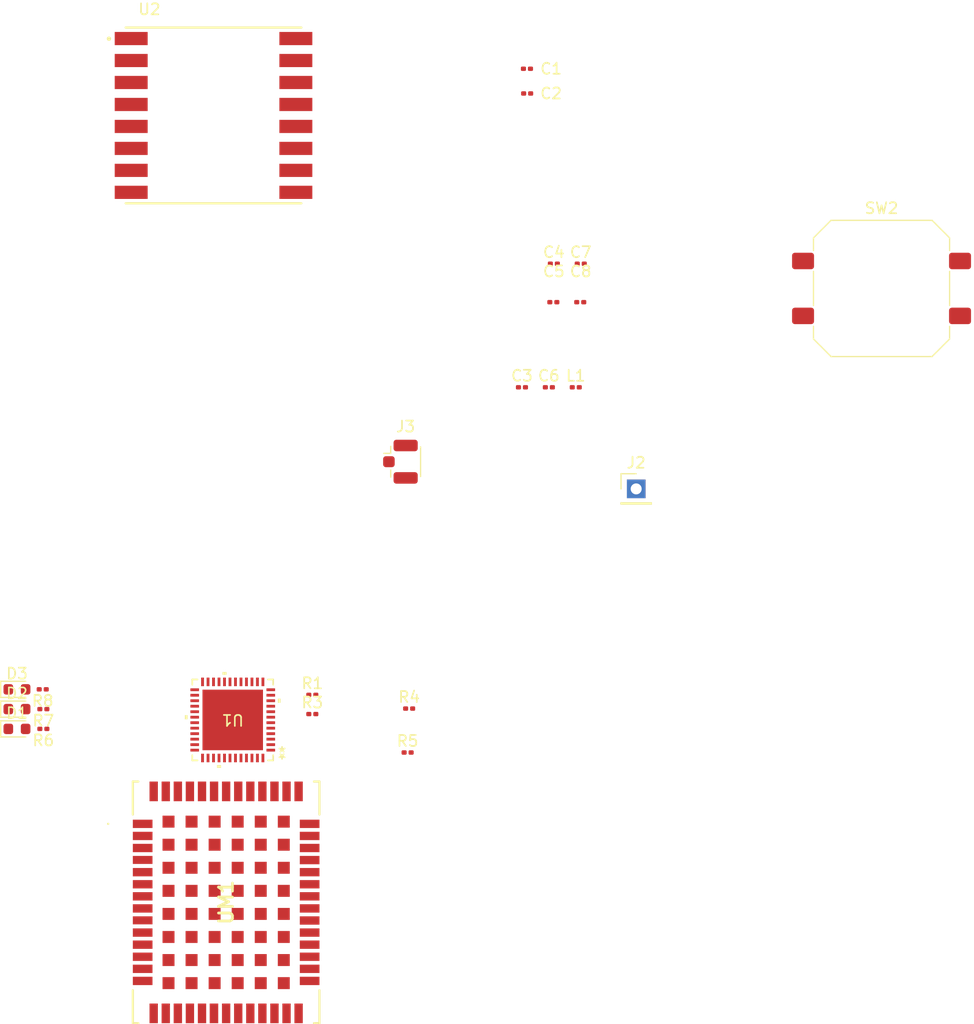
<source format=kicad_pcb>
(kicad_pcb (version 20241229) (generator "pcbnew") (generator_version "9.0")
  (layers (0 "F.Cu" signal) (4 "In1.Cu" signal) (6 "In2.Cu" signal) (2 "B.Cu" signal) (13 "F.Paste" user) (15 "B.Paste" user) (5 "F.SilkS" user "F.Silkscreen") (7 "B.SilkS" user "B.Silkscreen") (1 "F.Mask" user) (3 "B.Mask" user) (25 "Edge.Cuts" user))
  (net 0 "")
  (net 1 "+3V3")
  (net 2 "GND")
  (net 3 "BOOT")
  (net 4 "ANT_BIAS")
  (net 5 "RFMSCK")
  (net 7 "LED_R")
  (net 12 "RFMIRQ")
  (net 15 "RFMCS")
  (net 17 "LED_G")
  (net 21 "RFMMOSI")
  (net 24 "RFMMISO")
  (net 27 "GPSRX2")
  (net 35 "GPSTX3")
  (net 36 "LED_B")
  (net 37 "GPSRESET")
  (net 38 "GPSTX2")
  (net 40 "GPSRX3")
  (net 44 "Net-(J3-In)")
  (net 45 "GPSANT")
  (net 49 "RFMANT")
  (net 77 "Net-(R5-Pad2)")
  (net 80 "Net-(R4-Pad2)")
  (net 90 "Net-(D1-A)")
  (net 91 "Net-(D2-A)")
  (net 92 "Net-(D3-A)")
  (footprint "Connector_Coaxial:U.FL_Hirose_U.FL-R-SMT-1_Vertical" (layer "F.Cu") (at 51.525 58.275)
    (property "Reference" "J3" (at 0.475 -3.2 0) (layer "F.SilkS"))
    (property "Value" "Conn_Coaxial_Small")
    (fp_line (start -0.885 -1.4) (end -0.885 -0.76) (stroke (width 0.12)) (layer "F.SilkS"))
    (fp_line (start -0.885 -0.76) (end -1.515 -0.76) (stroke (width 0.12)) (layer "F.SilkS"))
    (fp_line (start -0.885 1.4) (end -0.885 0.76) (stroke (width 0.12)) (layer "F.SilkS"))
    (fp_line (start 1.835 -1.35) (end 1.835 1.35) (stroke (width 0.12)) (layer "F.SilkS"))
    (pad "1" smd roundrect (at -1.05 0) (size 1.05 1) (layers "F.Cu" "F.Mask" "F.Paste") (net 44 "Net-(J3-In)"))
    (pad "2" smd roundrect (at 0.475 -1.475) (size 2.2 1.05) (layers "F.Cu" "F.Mask" "F.Paste") (roundrect_rratio 0.2380952381) (net 2 "GND"))
    (pad "2" smd roundrect (at 0.475 1.475) (size 2.2 1.05) (layers "F.Cu" "F.Mask" "F.Paste") (roundrect_rratio 0.2380952381) (net 2 "GND"))
  )
  (footprint "Resistor_SMD:R_0201_0603Metric" (layer "F.Cu") (at 52.18 84.75)
    (property "Reference" "R5" (at 0 -1.05 0) (layer "F.SilkS"))
    (property "Value" "10k")
    (pad "1" smd roundrect (at -0.32 0) (size 0.46 0.4) (layers "F.Cu" "F.Mask") (net 1 "+3V3"))
    (pad "2" smd roundrect (at 0.32 0) (size 0.46 0.4) (layers "F.Cu" "F.Mask") (net 77 "Net-(R5-Pad2)"))
  )
  (footprint "Resistor_SMD:R_0201_0603Metric" (layer "F.Cu") (at 19 82.6 180)
    (property "Reference" "R6" (at 0 -1.05 0) (layer "F.SilkS"))
    (property "Value" "1k")
    (pad "1" smd roundrect (at -0.32 0 180) (size 0.46 0.4) (layers "F.Cu" "F.Mask") (net 7 "LED_R"))
    (pad "2" smd roundrect (at 0.32 0 180) (size 0.46 0.4) (layers "F.Cu" "F.Mask") (net 90 "Net-(D1-A)"))
  )
  (footprint "Resistor_SMD:R_0201_0603Metric" (layer "F.Cu") (at 19 80.8 180)
    (property "Reference" "R7" (at 0 -1.05 0) (layer "F.SilkS"))
    (property "Value" "1k")
    (pad "1" smd roundrect (at -0.32 0 180) (size 0.46 0.4) (layers "F.Cu" "F.Mask") (net 17 "LED_G"))
    (pad "2" smd roundrect (at 0.32 0 180) (size 0.46 0.4) (layers "F.Cu" "F.Mask") (net 91 "Net-(D2-A)"))
  )
  (footprint "footprints:ESP32-PICO-D4_EXP" (layer "F.Cu") (at 36.25 81.7853 180)
    (property "Reference" "U1" (at 0 0 180) (layer "F.SilkS"))
    (property "Value" "ESP32-PICO-D4")
    (fp_line (start 3.683 3.683) (end 3.683 3.21014) (stroke (width 0.1524)) (layer "F.SilkS"))
    (fp_line (start 3.683 -3.21014) (end 3.683 -3.683) (stroke (width 0.1524)) (layer "F.SilkS"))
    (fp_line (start 3.683 -3.683) (end 3.21014 -3.683) (stroke (width 0.1524)) (layer "F.SilkS"))
    (fp_line (start 3.21014 3.683) (end 3.683 3.683) (stroke (width 0.1524)) (layer "F.SilkS"))
    (fp_line (start -3.21014 -3.683) (end -3.683 -3.683) (stroke (width 0.1524)) (layer "F.SilkS"))
    (fp_line (start -3.683 3.683) (end -3.21014 3.683) (stroke (width 0.1524)) (layer "F.SilkS"))
    (fp_line (start -3.683 3.21014) (end -3.683 3.683) (stroke (width 0.1524)) (layer "F.SilkS"))
    (fp_line (start -3.683 -3.683) (end -3.683 -3.21014) (stroke (width 0.1524)) (layer "F.SilkS"))
    (fp_poly (pts (xy 4.363999 0.059499) (xy 4.363999 0.4405) (xy 4.109999 0.4405) (xy 4.109999 0.059499)) (fill yes) (layer "F.SilkS"))
    (fp_poly (pts (xy 1.0595 -4.109999) (xy 1.0595 -4.363999) (xy 1.4405 -4.363999) (xy 1.4405 -4.109999)) (fill yes) (layer "F.SilkS"))
    (fp_poly (pts (xy 0.559501 4.109999) (xy 0.559501 4.363999) (xy 0.940501 4.363999) (xy 0.940501 4.109999)) (fill yes) (layer "F.SilkS"))
    (fp_poly (pts (xy -4.363999 1.559499) (xy -4.363999 1.940499) (xy -4.109999 1.940499) (xy -4.109999 1.559499)) (fill yes) (layer "F.SilkS"))
    (fp_text user "*" (at -4.491 -3 180) (layer "F.SilkS"))
    (fp_text user "*" (at -4.491 -3 0) (layer "F.SilkS"))
    (pad "1" smd rect (at -3.4647 -2.75 270) (size 0.2548 0.782599) (layers "F.Cu" "F.Mask" "F.Paste") (net 1 "+3V3"))
    (pad "2" smd rect (at -3.4647 -2.250001 270) (size 0.2548 0.782599) (layers "F.Cu" "F.Mask" "F.Paste"))
    (pad "3" smd rect (at -3.4647 -1.749999 270) (size 0.2548 0.782599) (layers "F.Cu" "F.Mask" "F.Paste") (net 1 "+3V3"))
    (pad "4" smd rect (at -3.4647 -1.25 270) (size 0.2548 0.782599) (layers "F.Cu" "F.Mask" "F.Paste") (net 1 "+3V3"))
    (pad "5" smd rect (at -3.4647 -0.750001 270) (size 0.2548 0.782599) (layers "F.Cu" "F.Mask" "F.Paste"))
    (pad "6" smd rect (at -3.4647 -0.25 270) (size 0.2548 0.782599) (layers "F.Cu" "F.Mask" "F.Paste"))
    (pad "7" smd rect (at -3.4647 0.25 270) (size 0.2548 0.782599) (layers "F.Cu" "F.Mask" "F.Paste"))
    (pad "8" smd rect (at -3.4647 0.750001 270) (size 0.2548 0.782599) (layers "F.Cu" "F.Mask" "F.Paste"))
    (pad "9" smd rect (at -3.4647 1.25 270) (size 0.2548 0.782599) (layers "F.Cu" "F.Mask" "F.Paste") (net 3 "BOOT"))
    (pad "10" smd rect (at -3.4647 1.749999 270) (size 0.2548 0.782599) (layers "F.Cu" "F.Mask" "F.Paste"))
    (pad "11" smd rect (at -3.4647 2.250001 270) (size 0.2548 0.782599) (layers "F.Cu" "F.Mask" "F.Paste"))
    (pad "12" smd rect (at -3.4647 2.75 270) (size 0.2548 0.782599) (layers "F.Cu" "F.Mask" "F.Paste") (net 36 "LED_B"))
    (pad "13" smd rect (at -2.75 3.4647 180) (size 0.2548 0.782599) (layers "F.Cu" "F.Mask" "F.Paste") (net 17 "LED_G"))
    (pad "14" smd rect (at -2.250001 3.4647 180) (size 0.2548 0.782599) (layers "F.Cu" "F.Mask" "F.Paste") (net 12 "RFMIRQ"))
    (pad "15" smd rect (at -1.749999 3.4647 180) (size 0.2548 0.782599) (layers "F.Cu" "F.Mask" "F.Paste") (net 27 "GPSRX2"))
    (pad "16" smd rect (at -1.25 3.4647 180) (size 0.2548 0.782599) (layers "F.Cu" "F.Mask" "F.Paste") (net 38 "GPSTX2"))
    (pad "17" smd rect (at -0.750001 3.4647 180) (size 0.2548 0.782599) (layers "F.Cu" "F.Mask" "F.Paste") (net 40 "GPSRX3"))
    (pad "18" smd rect (at -0.25 3.4647 180) (size 0.2548 0.782599) (layers "F.Cu" "F.Mask" "F.Paste") (net 37 "GPSRESET"))
    (pad "19" smd rect (at 0.25 3.4647 180) (size 0.2548 0.782599) (layers "F.Cu" "F.Mask" "F.Paste") (net 1 "+3V3"))
    (pad "20" smd rect (at 0.750001 3.4647 180) (size 0.2548 0.782599) (layers "F.Cu" "F.Mask" "F.Paste") (net 7 "LED_R"))
    (pad "21" smd rect (at 1.25 3.4647 180) (size 0.2548 0.782599) (layers "F.Cu" "F.Mask" "F.Paste"))
    (pad "22" smd rect (at 1.749999 3.4647 180) (size 0.2548 0.782599) (layers "F.Cu" "F.Mask" "F.Paste"))
    (pad "23" smd rect (at 2.250001 3.4647 180) (size 0.2548 0.782599) (layers "F.Cu" "F.Mask" "F.Paste") (net 3 "BOOT"))
    (pad "24" smd rect (at 2.75 3.4647 180) (size 0.2548 0.782599) (layers "F.Cu" "F.Mask" "F.Paste") (net 35 "GPSTX3"))
    (pad "25" smd rect (at 3.4647 2.75 270) (size 0.2548 0.782599) (layers "F.Cu" "F.Mask" "F.Paste"))
    (pad "26" smd rect (at 3.4647 2.250001 270) (size 0.2548 0.782599) (layers "F.Cu" "F.Mask" "F.Paste") (net 1 "+3V3"))
    (pad "27" smd rect (at 3.4647 1.749999 270) (size 0.2548 0.782599) (layers "F.Cu" "F.Mask" "F.Paste"))
    (pad "28" smd rect (at 3.4647 1.25 270) (size 0.2548 0.782599) (layers "F.Cu" "F.Mask" "F.Paste"))
    (pad "29" smd rect (at 3.4647 0.750001 270) (size 0.2548 0.782599) (layers "F.Cu" "F.Mask" "F.Paste"))
    (pad "30" smd rect (at 3.4647 0.25 270) (size 0.2548 0.782599) (layers "F.Cu" "F.Mask" "F.Paste"))
    (pad "31" smd rect (at 3.4647 -0.25 270) (size 0.2548 0.782599) (layers "F.Cu" "F.Mask" "F.Paste"))
    (pad "32" smd rect (at 3.4647 -0.750001 270) (size 0.2548 0.782599) (layers "F.Cu" "F.Mask" "F.Paste"))
    (pad "33" smd rect (at 3.4647 -1.25 270) (size 0.2548 0.782599) (layers "F.Cu" "F.Mask" "F.Paste"))
    (pad "34" smd rect (at 3.4647 -1.749999 270) (size 0.2548 0.782599) (layers "F.Cu" "F.Mask" "F.Paste") (net 15 "RFMCS"))
    (pad "35" smd rect (at 3.4647 -2.250001 270) (size 0.2548 0.782599) (layers "F.Cu" "F.Mask" "F.Paste") (net 5 "RFMSCK"))
    (pad "36" smd rect (at 3.4647 -2.75 270) (size 0.2548 0.782599) (layers "F.Cu" "F.Mask" "F.Paste") (net 21 "RFMMOSI"))
    (pad "37" smd rect (at 2.75 -3.4647 180) (size 0.2548 0.782599) (layers "F.Cu" "F.Mask" "F.Paste"))
    (pad "38" smd rect (at 2.250001 -3.4647 180) (size 0.2548 0.782599) (layers "F.Cu" "F.Mask" "F.Paste") (net 24 "RFMMISO"))
    (pad "39" smd rect (at 1.749999 -3.4647 180) (size 0.2548 0.782599) (layers "F.Cu" "F.Mask" "F.Paste"))
    (pad "40" smd rect (at 1.25 -3.4647 180) (size 0.2548 0.782599) (layers "F.Cu" "F.Mask" "F.Paste"))
    (pad "41" smd rect (at 0.750001 -3.4647 180) (size 0.2548 0.782599) (layers "F.Cu" "F.Mask" "F.Paste"))
    (pad "42" smd rect (at 0.25 -3.4647 180) (size 0.2548 0.782599) (layers "F.Cu" "F.Mask" "F.Paste"))
    (pad "43" smd rect (at -0.25 -3.4647 180) (size 0.2548 0.782599) (layers "F.Cu" "F.Mask" "F.Paste") (net 1 "+3V3"))
    (pad "44" smd rect (at -0.750001 -3.4647 180) (size 0.2548 0.782599) (layers "F.Cu" "F.Mask" "F.Paste"))
    (pad "45" smd rect (at -1.25 -3.4647 180) (size 0.2548 0.782599) (layers "F.Cu" "F.Mask" "F.Paste"))
    (pad "46" smd rect (at -1.749999 -3.4647 180) (size 0.2548 0.782599) (layers "F.Cu" "F.Mask" "F.Paste") (net 1 "+3V3"))
    (pad "47" smd rect (at -2.250001 -3.4647 180) (size 0.2548 0.782599) (layers "F.Cu" "F.Mask" "F.Paste"))
    (pad "48" smd rect (at -2.75 -3.4647 180) (size 0.2548 0.782599) (layers "F.Cu" "F.Mask" "F.Paste"))
    (pad "49" smd rect (at 0 0 180) (size 5.5118 5.5118) (layers "F.Cu" "F.Mask" "F.Paste") (net 2 "GND"))
  )
  (footprint "SamacSys_Parts:UM980" (layer "F.Cu") (at 35.65 98.395 -90)
    (property "Reference" "UM1" (at 0 0 90) (layer "F.SilkS") (effects (font (size 1.27 1.27) (thickness 0.254))))
    (property "Value" "~" (hide yes))
    (fp_line (start -7.15 10.8) (end -7.15 10.8) (stroke (width 0.1)) (layer "F.SilkS"))
    (fp_line (start -7.15 10.7) (end -7.15 10.7) (stroke (width 0.1)) (layer "F.SilkS"))
    (fp_line (start -11 8.5) (end -8 8.5) (stroke (width 0.2)) (layer "F.SilkS"))
    (fp_line (start 8 8.5) (end 11 8.5) (stroke (width 0.2)) (layer "F.SilkS"))
    (fp_line (start 11 8.5) (end 11 8) (stroke (width 0.2)) (layer "F.SilkS"))
    (fp_line (start -11 8) (end -11 8.5) (stroke (width 0.2)) (layer "F.SilkS"))
    (fp_line (start -11 -8.5) (end -11 -8) (stroke (width 0.2)) (layer "F.SilkS"))
    (fp_line (start -8 -8.5) (end -11 -8.5) (stroke (width 0.2)) (layer "F.SilkS"))
    (fp_line (start 8 -8.5) (end 11 -8.5) (stroke (width 0.2)) (layer "F.SilkS"))
    (fp_line (start 11 -8.5) (end 11 -8) (stroke (width 0.2)) (layer "F.SilkS"))
    (fp_arc (start -7.15 10.8) (mid -7.2 10.75) (end -7.15 10.7) (stroke (width 0.1)) (layer "F.SilkS"))
    (fp_arc (start -7.15 10.7) (mid -7.1 10.75) (end -7.15 10.8) (stroke (width 0.1)) (layer "F.SilkS"))
    (pad "1" smd rect (at -7.15 7.605 270) (size 0.76 1.79) (layers "F.Cu" "F.Mask" "F.Paste") (net 2 "GND"))
    (pad "2" smd rect (at -6.05 7.605 270) (size 0.76 1.79) (layers "F.Cu" "F.Mask" "F.Paste") (net 45 "GPSANT"))
    (pad "3" smd rect (at -4.95 7.605 270) (size 0.76 1.79) (layers "F.Cu" "F.Mask" "F.Paste") (net 2 "GND"))
    (pad "4" smd rect (at -3.865 7.605 270) (size 0.73 1.79) (layers "F.Cu" "F.Mask" "F.Paste"))
    (pad "5" smd rect (at -2.75 7.605 270) (size 0.76 1.79) (layers "F.Cu" "F.Mask" "F.Paste"))
    (pad "6" smd rect (at -1.65 7.605 270) (size 0.76 1.79) (layers "F.Cu" "F.Mask" "F.Paste"))
    (pad "7" smd rect (at -0.55 7.605 270) (size 0.76 1.79) (layers "F.Cu" "F.Mask" "F.Paste"))
    (pad "8" smd rect (at 0.55 7.605 270) (size 0.76 1.79) (layers "F.Cu" "F.Mask" "F.Paste"))
    (pad "9" smd rect (at 1.635 7.605 270) (size 0.73 1.79) (layers "F.Cu" "F.Mask" "F.Paste"))
    (pad "10" smd rect (at 2.75 7.605 270) (size 0.76 1.79) (layers "F.Cu" "F.Mask" "F.Paste"))
    (pad "11" smd rect (at 3.85 7.605 270) (size 0.76 1.79) (layers "F.Cu" "F.Mask" "F.Paste"))
    (pad "12" smd rect (at 4.95 7.605 270) (size 0.76 1.79) (layers "F.Cu" "F.Mask" "F.Paste") (net 2 "GND"))
    (pad "13" smd rect (at 6.05 7.605 270) (size 0.76 1.79) (layers "F.Cu" "F.Mask" "F.Paste"))
    (pad "14" smd rect (at 7.15 7.605 270) (size 0.76 1.79) (layers "F.Cu" "F.Mask" "F.Paste") (net 2 "GND"))
    (pad "15" smd rect (at 10.105 6.6) (size 0.76 1.79) (layers "F.Cu" "F.Mask" "F.Paste"))
    (pad "16" smd rect (at 10.105 5.5) (size 0.76 1.79) (layers "F.Cu" "F.Mask" "F.Paste"))
    (pad "17" smd rect (at 10.105 4.4) (size 0.76 1.79) (layers "F.Cu" "F.Mask" "F.Paste"))
    (pad "18" smd rect (at 10.105 3.3) (size 0.76 1.79) (layers "F.Cu" "F.Mask" "F.Paste"))
    (pad "19" smd rect (at 10.105 2.2) (size 0.76 1.79) (layers "F.Cu" "F.Mask" "F.Paste"))
    (pad "20" smd rect (at 10.105 1.11) (size 0.78 1.79) (layers "F.Cu" "F.Mask" "F.Paste"))
    (pad "21" smd rect (at 10.105 0) (size 0.76 1.79) (layers "F.Cu" "F.Mask" "F.Paste"))
    (pad "22" smd rect (at 10.105 -1.1) (size 0.76 1.79) (layers "F.Cu" "F.Mask" "F.Paste"))
    (pad "23" smd rect (at 10.105 -2.2) (size 0.76 1.79) (layers "F.Cu" "F.Mask" "F.Paste"))
    (pad "24" smd rect (at 10.105 -3.3) (size 0.76 1.79) (layers "F.Cu" "F.Mask" "F.Paste"))
    (pad "25" smd rect (at 10.105 -4.4) (size 0.76 1.79) (layers "F.Cu" "F.Mask" "F.Paste"))
    (pad "26" smd rect (at 10.105 -5.5) (size 0.76 1.79) (layers "F.Cu" "F.Mask" "F.Paste") (net 27 "GPSRX2"))
    (pad "27" smd rect (at 10.105 -6.6) (size 0.76 1.79) (layers "F.Cu" "F.Mask" "F.Paste") (net 38 "GPSTX2"))
    (pad "28" smd rect (at 7.15 -7.605 270) (size 0.76 1.79) (layers "F.Cu" "F.Mask" "F.Paste") (net 77 "Net-(R5-Pad2)"))
    (pad "29" smd rect (at 6.05 -7.605 270) (size 0.76 1.79) (layers "F.Cu" "F.Mask" "F.Paste") (net 80 "Net-(R4-Pad2)"))
    (pad "30" smd rect (at 4.95 -7.605 270) (size 0.76 1.79) (layers "F.Cu" "F.Mask" "F.Paste") (net 35 "GPSTX3"))
    (pad "31" smd rect (at 3.85 -7.605 270) (size 0.76 1.79) (layers "F.Cu" "F.Mask" "F.Paste") (net 40 "GPSRX3"))
    (pad "32" smd rect (at 2.75 -7.605 270) (size 0.76 1.79) (layers "F.Cu" "F.Mask" "F.Paste") (net 2 "GND"))
    (pad "33" smd rect (at 1.65 -7.605 270) (size 0.76 1.79) (layers "F.Cu" "F.Mask" "F.Paste") (net 1 "+3V3"))
    (pad "34" smd rect (at 0.55 -7.605 270) (size 0.76 1.79) (layers "F.Cu" "F.Mask" "F.Paste") (net 1 "+3V3"))
    (pad "35" smd rect (at -0.55 -7.605 270) (size 0.76 1.79) (layers "F.Cu" "F.Mask" "F.Paste"))
    (pad "36" smd rect (at -1.65 -7.605 270) (size 0.76 1.79) (layers "F.Cu" "F.Mask" "F.Paste") (net 1 "+3V3"))
    (pad "37" smd rect (at -2.75 -7.605 270) (size 0.76 1.79) (layers "F.Cu" "F.Mask" "F.Paste") (net 2 "GND"))
    (pad "38" smd rect (at -3.85 -7.605 270) (size 0.76 1.79) (layers "F.Cu" "F.Mask" "F.Paste"))
    (pad "39" smd rect (at -4.95 -7.605 270) (size 0.76 1.79) (layers "F.Cu" "F.Mask" "F.Paste"))
    (pad "40" smd rect (at -6.05 -7.605 270) (size 0.76 1.79) (layers "F.Cu" "F.Mask" "F.Paste"))
    (pad "41" smd rect (at -7.15 -7.605 270) (size 0.76 1.79) (layers "F.Cu" "F.Mask" "F.Paste") (net 2 "GND"))
    (pad "42" smd rect (at -10.105 -6.6) (size 0.76 1.79) (layers "F.Cu" "F.Mask" "F.Paste"))
    (pad "43" smd rect (at -10.105 -5.5) (size 0.76 1.79) (layers "F.Cu" "F.Mask" "F.Paste"))
    (pad "44" smd rect (at -10.105 -4.4) (size 0.76 1.79) (layers "F.Cu" "F.Mask" "F.Paste"))
    (pad "45" smd rect (at -10.105 -3.3) (size 0.76 1.79) (layers "F.Cu" "F.Mask" "F.Paste"))
    (pad "46" smd rect (at -10.105 -2.2) (size 0.76 1.79) (layers "F.Cu" "F.Mask" "F.Paste"))
    (pad "47" smd rect (at -10.105 -1.1) (size 0.76 1.79) (layers "F.Cu" "F.Mask" "F.Paste"))
    (pad "48" smd rect (at -10.105 0) (size 0.76 1.79) (layers "F.Cu" "F.Mask" "F.Paste") (net 2 "GND"))
    (pad "49" smd rect (at -10.105 1.1) (size 0.76 1.79) (layers "F.Cu" "F.Mask" "F.Paste") (net 37 "GPSRESET"))
    (pad "50" smd rect (at -10.105 2.2) (size 0.76 1.79) (layers "F.Cu" "F.Mask" "F.Paste"))
    (pad "51" smd rect (at -10.105 3.3) (size 0.76 1.79) (layers "F.Cu" "F.Mask" "F.Paste"))
    (pad "52" smd rect (at -10.105 4.4) (size 0.76 1.79) (layers "F.Cu" "F.Mask" "F.Paste"))
    (pad "53" smd rect (at -10.105 5.5) (size 0.76 1.79) (layers "F.Cu" "F.Mask" "F.Paste"))
    (pad "54" smd rect (at -10.105 6.6) (size 0.76 1.79) (layers "F.Cu" "F.Mask" "F.Paste"))
    (pad "55" smd rect (at -7.35 5.25) (size 1.09 1.09) (layers "F.Cu" "F.Mask" "F.Paste"))
    (pad "56" smd rect (at -5.25 5.25) (size 1.09 1.09) (layers "F.Cu" "F.Mask" "F.Paste"))
    (pad "57" smd rect (at -3.15 5.25) (size 1.09 1.09) (layers "F.Cu" "F.Mask" "F.Paste"))
    (pad "58" smd rect (at -1.05 5.25) (size 1.09 1.09) (layers "F.Cu" "F.Mask" "F.Paste"))
    (pad "59" smd rect (at 1.05 5.25) (size 1.09 1.09) (layers "F.Cu" "F.Mask" "F.Paste"))
    (pad "60" smd rect (at 3.15 5.25) (size 1.09 1.09) (layers "F.Cu" "F.Mask" "F.Paste"))
    (pad "61" smd rect (at 5.25 5.25) (size 1.09 1.09) (layers "F.Cu" "F.Mask" "F.Paste"))
    (pad "62" smd rect (at 7.35 5.25) (size 1.09 1.09) (layers "F.Cu" "F.Mask" "F.Paste"))
    (pad "63" smd rect (at -7.35 3.15) (size 1.09 1.09) (layers "F.Cu" "F.Mask" "F.Paste"))
    (pad "64" smd rect (at -5.25 3.15) (size 1.09 1.09) (layers "F.Cu" "F.Mask" "F.Paste"))
    (pad "65" smd rect (at -3.15 3.15) (size 1.09 1.09) (layers "F.Cu" "F.Mask" "F.Paste"))
    (pad "66" smd rect (at -1.05 3.15) (size 1.09 1.09) (layers "F.Cu" "F.Mask" "F.Paste"))
    (pad "67" smd rect (at 1.05 3.15) (size 1.09 1.09) (layers "F.Cu" "F.Mask" "F.Paste"))
    (pad "68" smd rect (at 3.15 3.15) (size 1.09 1.09) (layers "F.Cu" "F.Mask" "F.Paste"))
    (pad "69" smd rect (at 5.25 3.15) (size 1.09 1.09) (layers "F.Cu" "F.Mask" "F.Paste"))
    (pad "70" smd rect (at 7.35 3.15) (size 1.09 1.09) (layers "F.Cu" "F.Mask" "F.Paste"))
    (pad "71" smd rect (at -7.35 1.05) (size 1.09 1.09) (layers "F.Cu" "F.Mask" "F.Paste"))
    (pad "72" smd rect (at -5.25 1.05) (size 1.09 1.09) (layers "F.Cu" "F.Mask" "F.Paste"))
    (pad "73" smd rect (at -3.15 1.05) (size 1.09 1.09) (layers "F.Cu" "F.Mask" "F.Paste"))
    (pad "74" smd rect (at -1.05 1.05) (size 1.09 1.09) (layers "F.Cu" "F.Mask" "F.Paste"))
    (pad "75" smd rect (at 1.05 1.05) (size 1.09 1.09) (layers "F.Cu" "F.Mask" "F.Paste"))
    (pad "76" smd rect (at 3.15 1.05) (size 1.09 1.09) (layers "F.Cu" "F.Mask" "F.Paste"))
    (pad "77" smd rect (at 5.25 1.05) (size 1.09 1.09) (layers "F.Cu" "F.Mask" "F.Paste"))
    (pad "78" smd rect (at 7.35 1.05) (size 1.09 1.09) (layers "F.Cu" "F.Mask" "F.Paste"))
    (pad "79" smd rect (at -7.35 -1.05) (size 1.09 1.09) (layers "F.Cu" "F.Mask" "F.Paste"))
    (pad "80" smd rect (at -5.25 -1.05) (size 1.09 1.09) (layers "F.Cu" "F.Mask" "F.Paste"))
    (pad "81" smd rect (at -3.15 -1.05) (size 1.09 1.09) (layers "F.Cu" "F.Mask" "F.Paste"))
    (pad "82" smd rect (at -1.05 -1.05) (size 1.09 1.09) (layers "F.Cu" "F.Mask" "F.Paste"))
    (pad "83" smd rect (at 1.05 -1.05) (size 1.09 1.09) (layers "F.Cu" "F.Mask" "F.Paste"))
    (pad "84" smd rect (at 3.15 -1.05) (size 1.09 1.09) (layers "F.Cu" "F.Mask" "F.Paste"))
    (pad "85" smd rect (at 5.25 -1.05) (size 1.09 1.09) (layers "F.Cu" "F.Mask" "F.Paste"))
    (pad "86" smd rect (at 7.35 -1.05) (size 1.09 1.09) (layers "F.Cu" "F.Mask" "F.Paste"))
    (pad "87" smd rect (at -7.35 -3.15) (size 1.09 1.09) (layers "F.Cu" "F.Mask" "F.Paste"))
    (pad "88" smd rect (at -5.25 -3.15) (size 1.09 1.09) (layers "F.Cu" "F.Mask" "F.Paste"))
    (pad "89" smd rect (at -3.15 -3.15) (size 1.09 1.09) (layers "F.Cu" "F.Mask" "F.Paste"))
    (pad "90" smd rect (at -1.05 -3.15) (size 1.09 1.09) (layers "F.Cu" "F.Mask" "F.Paste"))
    (pad "91" smd rect (at 1.05 -3.15) (size 1.09 1.09) (layers "F.Cu" "F.Mask" "F.Paste"))
    (pad "92" smd rect (at 3.15 -3.15) (size 1.09 1.09) (layers "F.Cu" "F.Mask" "F.Paste"))
    (pad "93" smd rect (at 5.25 -3.15) (size 1.09 1.09) (layers "F.Cu" "F.Mask" "F.Paste"))
    (pad "94" smd rect (at 7.35 -3.15) (size 1.09 1.09) (layers "F.Cu" "F.Mask" "F.Paste"))
    (pad "95" smd rect (at -7.35 -5.25) (size 1.09 1.09) (layers "F.Cu" "F.Mask" "F.Paste"))
    (pad "96" smd rect (at -5.25 -5.25) (size 1.09 1.09) (layers "F.Cu" "F.Mask" "F.Paste"))
    (pad "97" smd rect (at -3.15 -5.25) (size 1.09 1.09) (layers "F.Cu" "F.Mask" "F.Paste"))
    (pad "98" smd rect (at -1.05 -5.25) (size 1.09 1.09) (layers "F.Cu" "F.Mask" "F.Paste"))
    (pad "99" smd rect (at 1.05 -5.25) (size 1.09 1.09) (layers "F.Cu" "F.Mask" "F.Paste"))
    (pad "100" smd rect (at 3.15 -5.25) (size 1.09 1.09) (layers "F.Cu" "F.Mask" "F.Paste"))
    (pad "101" smd rect (at 5.25 -5.25) (size 1.09 1.09) (layers "F.Cu" "F.Mask" "F.Paste"))
    (pad "102" smd rect (at 7.35 -5.25) (size 1.09 1.09) (layers "F.Cu" "F.Mask" "F.Paste"))
  )
  (footprint "Capacitor_SMD:C_0201_0603Metric" (layer "F.Cu") (at 65.455 43.75)
    (property "Reference" "C5" (at 0.045 -2.8 0) (layer "F.SilkS"))
    (property "Value" "100n")
    (pad "1" smd roundrect (at -0.32 0) (size 0.46 0.4) (layers "F.Cu" "F.Mask") (net 1 "+3V3"))
    (pad "2" smd roundrect (at 0.32 0) (size 0.46 0.4) (layers "F.Cu" "F.Mask") (net 2 "GND"))
  )
  (footprint "LED_SMD:LED_0603_1608Metric" (layer "F.Cu") (at 16.595 82.6)
    (property "Reference" "D1" (at 0 -1.43 0) (layer "F.SilkS"))
    (property "Value" "LED")
    (fp_line (start -1.485 -0.735) (end -1.485 0.735) (stroke (width 0.12)) (layer "F.SilkS"))
    (fp_line (start -1.485 0.735) (end 0.8 0.735) (stroke (width 0.12)) (layer "F.SilkS"))
    (fp_line (start 0.8 -0.735) (end -1.485 -0.735) (stroke (width 0.12)) (layer "F.SilkS"))
    (pad "1" smd roundrect (at -0.7875 0) (size 0.875 0.95) (layers "F.Cu" "F.Mask" "F.Paste") (net 2 "GND"))
    (pad "2" smd roundrect (at 0.7875 0) (size 0.875 0.95) (layers "F.Cu" "F.Mask" "F.Paste") (net 90 "Net-(D1-A)"))
  )
  (footprint "Resistor_SMD:R_0201_0603Metric" (layer "F.Cu") (at 43.5 79.5)
    (property "Reference" "R1" (at 0 -1.05 0) (layer "F.SilkS"))
    (property "Value" "10k")
    (pad "1" smd roundrect (at -0.32 0) (size 0.46 0.4) (layers "F.Cu" "F.Mask") (net 3 "BOOT"))
    (pad "2" smd roundrect (at 0.32 0) (size 0.46 0.4) (layers "F.Cu" "F.Mask") (net 1 "+3V3"))
  )
  (footprint "Connector_PinHeader_2.54mm:PinHeader_1x01_P2.54mm_Vertical" (layer "F.Cu") (at 73 60.75)
    (property "Reference" "J2" (at 0 -2.38 0) (layer "F.SilkS"))
    (property "Value" "Conn_01x01_Pin")
    (fp_line (start -1.38 -1.38) (end 0 -1.38) (stroke (width 0.12)) (layer "F.SilkS"))
    (fp_line (start -1.38 0) (end -1.38 -1.38) (stroke (width 0.12)) (layer "F.SilkS"))
    (fp_line (start -1.38 1.27) (end -1.38 1.38) (stroke (width 0.12)) (layer "F.SilkS"))
    (fp_line (start -1.38 1.27) (end 1.38 1.27) (stroke (width 0.12)) (layer "F.SilkS"))
    (fp_line (start -1.38 1.38) (end 1.38 1.38) (stroke (width 0.12)) (layer "F.SilkS"))
    (fp_line (start 1.38 1.27) (end 1.38 1.38) (stroke (width 0.12)) (layer "F.SilkS"))
    (pad "1" thru_hole rect (at 0 0) (size 1.7 1.7) (drill 1) (layers "*.Cu" "*.Mask") (net 49 "RFMANT"))
  )
  (footprint "Capacitor_SMD:C_0201_0603Metric" (layer "F.Cu") (at 67.905 43.75)
    (property "Reference" "C8" (at 0.045 -2.8 0) (layer "F.SilkS"))
    (property "Value" "100p")
    (pad "1" smd roundrect (at -0.32 0) (size 0.46 0.4) (layers "F.Cu" "F.Mask") (net 2 "GND"))
    (pad "2" smd roundrect (at 0.32 0) (size 0.46 0.4) (layers "F.Cu" "F.Mask") (net 4 "ANT_BIAS"))
  )
  (footprint "footprints:MOD_COM-13909" (layer "F.Cu") (at 34.5 26.75)
    (property "Reference" "U2" (at -5.84038 -9.6604 0) (layer "F.SilkS") (effects (font (size 1.00263 1.00263))))
    (property "Value" "RFM69HCW")
    (fp_line (start -8 -8) (end 8 -8) (stroke (width 0.2032)) (layer "F.SilkS"))
    (fp_line (start 8 8) (end -8 8) (stroke (width 0.2032)) (layer "F.SilkS"))
    (fp_circle (center -9.525 -6.985) (end -9.425 -6.985) (stroke (width 0.2)) (fill no) (layer "F.SilkS"))
    (pad "1" smd rect (at -7.5 -7) (size 3 1.2) (layers "F.Cu" "F.Mask" "F.Paste") (net 2 "GND"))
    (pad "2" smd rect (at -7.5 -5) (size 3 1.2) (layers "F.Cu" "F.Mask" "F.Paste") (net 24 "RFMMISO"))
    (pad "3" smd rect (at -7.5 -3) (size 3 1.2) (layers "F.Cu" "F.Mask" "F.Paste") (net 21 "RFMMOSI"))
    (pad "4" smd rect (at -7.5 -1) (size 3 1.2) (layers "F.Cu" "F.Mask" "F.Paste") (net 5 "RFMSCK"))
    (pad "5" smd rect (at -7.5 1) (size 3 1.2) (layers "F.Cu" "F.Mask" "F.Paste") (net 15 "RFMCS"))
    (pad "6" smd rect (at -7.5 3) (size 3 1.2) (layers "F.Cu" "F.Mask" "F.Paste"))
    (pad "7" smd rect (at -7.5 5) (size 3 1.2) (layers "F.Cu" "F.Mask" "F.Paste"))
    (pad "8" smd rect (at -7.5 7) (size 3 1.2) (layers "F.Cu" "F.Mask" "F.Paste") (net 2 "GND"))
    (pad "9" smd rect (at 7.5 7) (size 3 1.2) (layers "F.Cu" "F.Mask" "F.Paste") (net 49 "RFMANT"))
    (pad "10" smd rect (at 7.5 5) (size 3 1.2) (layers "F.Cu" "F.Mask" "F.Paste") (net 2 "GND"))
    (pad "11" smd rect (at 7.5 3) (size 3 1.2) (layers "F.Cu" "F.Mask" "F.Paste"))
    (pad "12" smd rect (at 7.5 1) (size 3 1.2) (layers "F.Cu" "F.Mask" "F.Paste"))
    (pad "13" smd rect (at 7.5 -1) (size 3 1.2) (layers "F.Cu" "F.Mask" "F.Paste") (net 1 "+3V3"))
    (pad "14" smd rect (at 7.5 -3) (size 3 1.2) (layers "F.Cu" "F.Mask" "F.Paste") (net 12 "RFMIRQ"))
    (pad "15" smd rect (at 7.5 -5) (size 3 1.2) (layers "F.Cu" "F.Mask" "F.Paste"))
    (pad "16" smd rect (at 7.5 -7) (size 3 1.2) (layers "F.Cu" "F.Mask" "F.Paste"))
  )
  (footprint "LED_SMD:LED_0603_1608Metric" (layer "F.Cu") (at 16.595 79)
    (property "Reference" "D3" (at 0 -1.43 0) (layer "F.SilkS"))
    (property "Value" "LED")
    (fp_line (start -1.485 -0.735) (end -1.485 0.735) (stroke (width 0.12)) (layer "F.SilkS"))
    (fp_line (start -1.485 0.735) (end 0.8 0.735) (stroke (width 0.12)) (layer "F.SilkS"))
    (fp_line (start 0.8 -0.735) (end -1.485 -0.735) (stroke (width 0.12)) (layer "F.SilkS"))
    (pad "1" smd roundrect (at -0.7875 0) (size 0.875 0.95) (layers "F.Cu" "F.Mask" "F.Paste") (net 2 "GND"))
    (pad "2" smd roundrect (at 0.7875 0) (size 0.875 0.95) (layers "F.Cu" "F.Mask" "F.Paste") (net 92 "Net-(D3-A)"))
  )
  (footprint "Inductor_SMD:L_0201_0603Metric" (layer "F.Cu") (at 67.495 51.5)
    (property "Reference" "L1" (at 0 -1.05 0) (layer "F.SilkS"))
    (property "Value" "68n")
    (pad "1" smd roundrect (at -0.32 0) (size 0.46 0.4) (layers "F.Cu" "F.Mask") (net 44 "Net-(J3-In)"))
    (pad "2" smd roundrect (at 0.32 0) (size 0.46 0.4) (layers "F.Cu" "F.Mask") (net 4 "ANT_BIAS"))
  )
  (footprint "Capacitor_SMD:C_0201_0603Metric" (layer "F.Cu") (at 65.5 40.25)
    (property "Reference" "C4" (at 0 -1.05 0) (layer "F.SilkS"))
    (property "Value" "10u")
    (pad "1" smd roundrect (at -0.32 0) (size 0.46 0.4) (layers "F.Cu" "F.Mask") (net 1 "+3V3"))
    (pad "2" smd roundrect (at 0.32 0) (size 0.46 0.4) (layers "F.Cu" "F.Mask") (net 2 "GND"))
  )
  (footprint "Capacitor_SMD:C_0201_0603Metric" (layer "F.Cu") (at 67.95 40.25)
    (property "Reference" "C7" (at 0 -1.05 0) (layer "F.SilkS"))
    (property "Value" "100n")
    (pad "1" smd roundrect (at -0.32 0) (size 0.46 0.4) (layers "F.Cu" "F.Mask") (net 2 "GND"))
    (pad "2" smd roundrect (at 0.32 0) (size 0.46 0.4) (layers "F.Cu" "F.Mask") (net 4 "ANT_BIAS"))
  )
  (footprint "Capacitor_SMD:C_0201_0603Metric" (layer "F.Cu") (at 63.05 22.5)
    (property "Reference" "C1" (at 2.2 0 0) (layer "F.SilkS"))
    (property "Value" "10u")
    (pad "1" smd roundrect (at -0.32 0) (size 0.46 0.4) (layers "F.Cu" "F.Mask") (net 1 "+3V3"))
    (pad "2" smd roundrect (at 0.32 0) (size 0.46 0.4) (layers "F.Cu" "F.Mask") (net 2 "GND"))
  )
  (footprint "LED_SMD:LED_0603_1608Metric" (layer "F.Cu") (at 16.595 80.8)
    (property "Reference" "D2" (at 0 -1.43 0) (layer "F.SilkS"))
    (property "Value" "LED")
    (fp_line (start -1.485 -0.735) (end -1.485 0.735) (stroke (width 0.12)) (layer "F.SilkS"))
    (fp_line (start -1.485 0.735) (end 0.8 0.735) (stroke (width 0.12)) (layer "F.SilkS"))
    (fp_line (start 0.8 -0.735) (end -1.485 -0.735) (stroke (width 0.12)) (layer "F.SilkS"))
    (pad "1" smd roundrect (at -0.7875 0) (size 0.875 0.95) (layers "F.Cu" "F.Mask" "F.Paste") (net 2 "GND"))
    (pad "2" smd roundrect (at 0.7875 0) (size 0.875 0.95) (layers "F.Cu" "F.Mask" "F.Paste") (net 91 "Net-(D2-A)"))
  )
  (footprint "Button_Switch_SMD:SW_Push_1P1T_NO_CK_PTS125Sx43PSMTR" (layer "F.Cu") (at 95.35 42.5)
    (property "Reference" "SW2" (at 0 -7.3 0) (layer "F.SilkS"))
    (property "Value" "SW_Push")
    (fp_line (start -6.2 -4.6) (end -4.6 -6.2) (stroke (width 0.12)) (layer "F.SilkS"))
    (fp_line (start -6.2 -3.45) (end -6.2 -4.6) (stroke (width 0.12)) (layer "F.SilkS"))
    (fp_line (start -6.2 -1.55) (end -6.2 1.55) (stroke (width 0.12)) (layer "F.SilkS"))
    (fp_line (start -6.2 3.45) (end -6.2 4.6) (stroke (width 0.12)) (layer "F.SilkS"))
    (fp_line (start -6.2 4.6) (end -4.6 6.2) (stroke (width 0.12)) (layer "F.SilkS"))
    (fp_line (start -4.6 -6.2) (end 4.6 -6.2) (stroke (width 0.12)) (layer "F.SilkS"))
    (fp_line (start -4.6 6.2) (end 4.6 6.2) (stroke (width 0.12)) (layer "F.SilkS"))
    (fp_line (start 4.6 -6.2) (end 6.2 -4.6) (stroke (width 0.12)) (layer "F.SilkS"))
    (fp_line (start 4.6 6.2) (end 6.2 4.6) (stroke (width 0.12)) (layer "F.SilkS"))
    (fp_line (start 6.2 -3.45) (end 6.2 -4.6) (stroke (width 0.12)) (layer "F.SilkS"))
    (fp_line (start 6.2 -1.55) (end 6.2 1.55) (stroke (width 0.12)) (layer "F.SilkS"))
    (fp_line (start 6.2 3.45) (end 6.2 4.6) (stroke (width 0.12)) (layer "F.SilkS"))
    (pad "" np_thru_hole circle (at 0 -4.5) (size 2 2) (drill 2) (layers "*.Cu" "*.Mask"))
    (pad "" np_thru_hole circle (at 0 4.5) (size 2 2) (drill 2) (layers "*.Cu" "*.Mask"))
    (pad "1" smd roundrect (at -7.15 -2.5) (size 2 1.5) (layers "F.Cu" "F.Mask" "F.Paste") (roundrect_rratio 0.1666666667) (net 2 "GND"))
    (pad "1" smd roundrect (at 7.15 -2.5) (size 2 1.5) (layers "F.Cu" "F.Mask" "F.Paste") (roundrect_rratio 0.1666666667) (net 2 "GND"))
    (pad "2" smd roundrect (at -7.15 2.5) (size 2 1.5) (layers "F.Cu" "F.Mask" "F.Paste") (roundrect_rratio 0.1666666667) (net 3 "BOOT"))
    (pad "2" smd roundrect (at 7.15 2.5) (size 2 1.5) (layers "F.Cu" "F.Mask" "F.Paste") (roundrect_rratio 0.1666666667) (net 3 "BOOT"))
  )
  (footprint "Capacitor_SMD:C_0201_0603Metric" (layer "F.Cu") (at 62.595 51.5)
    (property "Reference" "C3" (at 0 -1.05 0) (layer "F.SilkS"))
    (property "Value" "1u")
    (pad "1" smd roundrect (at -0.32 0) (size 0.46 0.4) (layers "F.Cu" "F.Mask") (net 3 "BOOT"))
    (pad "2" smd roundrect (at 0.32 0) (size 0.46 0.4) (layers "F.Cu" "F.Mask") (net 2 "GND"))
  )
  (footprint "Resistor_SMD:R_0201_0603Metric" (layer "F.Cu") (at 52.32 80.75)
    (property "Reference" "R4" (at 0 -1.05 0) (layer "F.SilkS"))
    (property "Value" "10k")
    (pad "1" smd roundrect (at -0.32 0) (size 0.46 0.4) (layers "F.Cu" "F.Mask") (net 1 "+3V3"))
    (pad "2" smd roundrect (at 0.32 0) (size 0.46 0.4) (layers "F.Cu" "F.Mask") (net 80 "Net-(R4-Pad2)"))
  )
  (footprint "Resistor_SMD:R_0201_0603Metric" (layer "F.Cu") (at 43.5 81.25)
    (property "Reference" "R3" (at 0 -1.05 0) (layer "F.SilkS"))
    (property "Value" "10k")
    (pad "1" smd roundrect (at -0.32 0) (size 0.46 0.4) (layers "F.Cu" "F.Mask") (net 1 "+3V3"))
    (pad "2" smd roundrect (at 0.32 0) (size 0.46 0.4) (layers "F.Cu" "F.Mask") (net 3 "BOOT"))
  )
  (footprint "Capacitor_SMD:C_0201_0603Metric" (layer "F.Cu") (at 63.07 24.75)
    (property "Reference" "C2" (at 2.18 0 0) (layer "F.SilkS"))
    (property "Value" "0.1u")
    (pad "1" smd roundrect (at -0.32 0) (size 0.46 0.4) (layers "F.Cu" "F.Mask") (net 1 "+3V3"))
    (pad "2" smd roundrect (at 0.32 0) (size 0.46 0.4) (layers "F.Cu" "F.Mask") (net 2 "GND"))
  )
  (footprint "Capacitor_SMD:C_0201_0603Metric" (layer "F.Cu") (at 65.045 51.5)
    (property "Reference" "C6" (at 0 -1.05 0) (layer "F.SilkS"))
    (property "Value" "100p")
    (pad "1" smd roundrect (at -0.32 0) (size 0.46 0.4) (layers "F.Cu" "F.Mask") (net 44 "Net-(J3-In)"))
    (pad "2" smd roundrect (at 0.32 0) (size 0.46 0.4) (layers "F.Cu" "F.Mask") (net 45 "GPSANT"))
  )
  (footprint "Resistor_SMD:R_0201_0603Metric" (layer "F.Cu") (at 18.94 79 180)
    (property "Reference" "R8" (at 0 -1.05 0) (layer "F.SilkS"))
    (property "Value" "1k")
    (pad "1" smd roundrect (at -0.32 0 180) (size 0.46 0.4) (layers "F.Cu" "F.Mask") (net 36 "LED_B"))
    (pad "2" smd roundrect (at 0.32 0 180) (size 0.46 0.4) (layers "F.Cu" "F.Mask") (net 92 "Net-(D3-A)"))
  )
)
</source>
